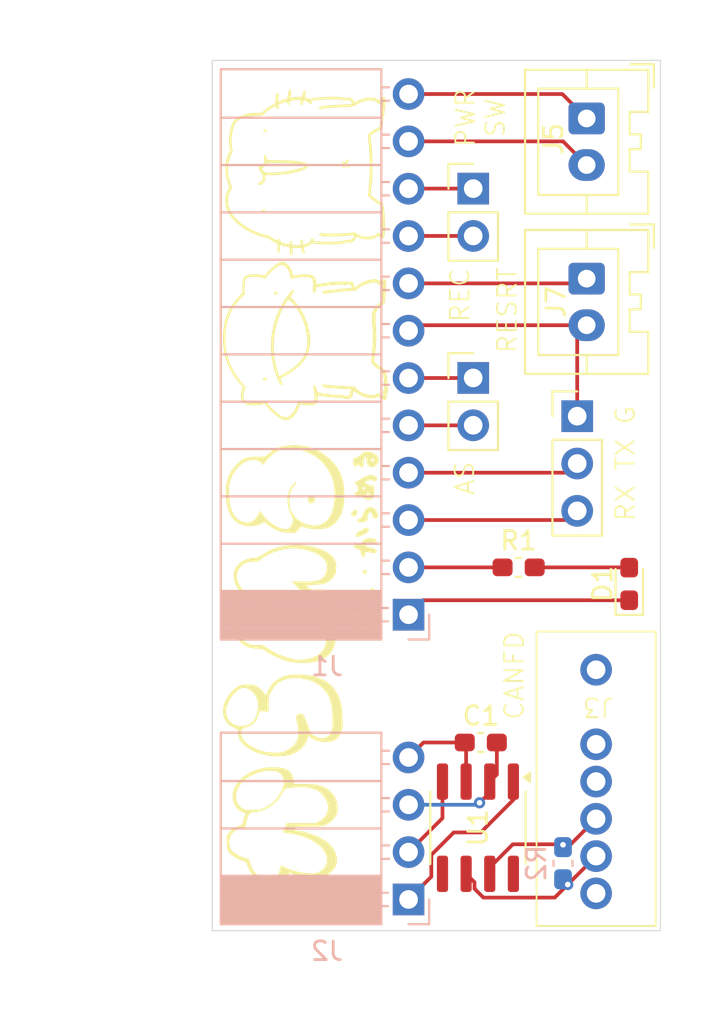
<source format=kicad_pcb>
(kicad_pcb (version 20240108) (generator "pcbnew") (generator_version "8.0")
  (layers (0 "F.Cu" signal) (31 "B.Cu" signal) (34 "B.Paste" user) (35 "F.Paste" user) (36 "B.SilkS" user "B.Silkscreen") (37 "F.SilkS" user "F.Silkscreen") (38 "B.Mask" user) (39 "F.Mask" user) (44 "Edge.Cuts" user))
  (net 0 "")
  (net 1 "+3.3V")
  (net 2 "GND")
  (net 3 "Net-(D1-A)")
  (net 4 "/PC_LED-")
  (net 5 "/UART2_TXD (DEBUG)")
  (net 6 "/PC_LED+")
  (net 7 "/Auto_Start2")
  (net 8 "/SYS_RESET")
  (net 9 "/UART2_RXD (DEBUG)")
  (net 10 "/FORCE_RECOVERY")
  (net 11 "/SLEEP{slash}WAKE")
  (net 12 "/Auto_Start1")
  (net 13 "/CAN_RX")
  (net 14 "/CAN_TX")
  (net 19 "/CAN-")
  (net 20 "/CAN+")
  (footprint "Connector_PinHeader_2.54mm:PinHeader_1x03_P2.54mm_Vertical" (layer "F.Cu") (at 125.222 89.677)
    (property "Reference" "J8" (hide yes))
    (property "Value" "Conn_01x03_Pin")
    (pad "1" thru_hole rect (at 0 0) (size 1.7 1.7) (drill 1) (layers "*.Cu" "*.Mask") (net 2 "GND"))
    (pad "2" thru_hole oval (at 0 2.54) (size 1.7 1.7) (drill 1) (layers "*.Cu" "*.Mask") (net 5 "/UART2_TXD (DEBUG)"))
    (pad "3" thru_hole oval (at 0 5.08) (size 1.7 1.7) (drill 1) (layers "*.Cu" "*.Mask") (net 9 "/UART2_RXD (DEBUG)"))
  )
  (footprint "e-CON:e-CON_1×04" (layer "F.Cu") (at 126.238 109.134 180)
    (property "Reference" "J3" (at -0.127 3.851 180) (layer "F.SilkS") (effects (font (thickness 0.1))))
    (property "Value" "Conn_01x04")
    (pad "0" thru_hole circle (at 0 -6.15 180) (size 1.7 1.7) (drill 1) (layers "*.Cu" "*.Mask"))
    (pad "0" thru_hole circle (at 0 5.85 180) (size 1.7 1.7) (drill 1) (layers "*.Cu" "*.Mask"))
    (pad "1" thru_hole circle (at 0 1.85 180) (size 1.7 1.7) (drill 1) (layers "*.Cu" "*.Mask"))
    (pad "2" thru_hole circle (at 0 -0.15 180) (size 1.7 1.7) (drill 1) (layers "*.Cu" "*.Mask"))
    (pad "3" thru_hole circle (at 0 -2.15 180) (size 1.7 1.7) (drill 1) (layers "*.Cu" "*.Mask") (net 20 "/CAN+"))
    (pad "4" thru_hole circle (at 0 -4.15 180) (size 1.7 1.7) (drill 1) (layers "*.Cu" "*.Mask") (net 19 "/CAN-"))
  )
  (footprint "LED_SMD:LED_0603_1608Metric_Pad1.05x0.95mm_HandSolder" (layer "F.Cu") (at 128.016 98.679 90)
    (property "Reference" "D1" (at 0 -1.43 90) (layer "F.SilkS"))
    (property "Value" "RED")
    (pad "1" smd roundrect (at -0.875 0 90) (size 1.05 0.95) (layers "F.Cu" "F.Paste" "F.Mask") (net 4 "/PC_LED-"))
    (pad "2" smd roundrect (at 0.875 0 90) (size 1.05 0.95) (layers "F.Cu" "F.Paste" "F.Mask") (net 3 "Net-(D1-A)"))
  )
  (footprint "Capacitor_SMD:C_0603_1608Metric_Pad1.08x0.95mm_HandSolder" (layer "F.Cu") (at 122.0735 97.79)
    (property "Reference" "R1" (at 0 -1.43 0) (layer "F.SilkS"))
    (property "Value" "1k")
    (pad "1" smd roundrect (at -0.8625 0) (size 1.075 0.95) (layers "F.Cu" "F.Paste" "F.Mask") (net 6 "/PC_LED+"))
    (pad "2" smd roundrect (at 0.8625 0) (size 1.075 0.95) (layers "F.Cu" "F.Paste" "F.Mask") (net 3 "Net-(D1-A)"))
  )
  (footprint "LOGO" (layer "F.Cu") (at 110.236 102.87 90)
    (property "Reference" "G***" (hide yes))
    (property "Value" "LOGO" (hide yes))
  )
  (footprint "Capacitor_SMD:C_0603_1608Metric_Pad1.08x0.95mm_HandSolder" (layer "F.Cu") (at 120.0415 107.188)
    (property "Reference" "C1" (at 0 -1.43 0) (layer "F.SilkS"))
    (property "Value" "100n")
    (pad "1" smd roundrect (at -0.8625 0) (size 1.075 0.95) (layers "F.Cu" "F.Paste" "F.Mask") (net 1 "+3.3V"))
    (pad "2" smd roundrect (at 0.8625 0) (size 1.075 0.95) (layers "F.Cu" "F.Paste" "F.Mask") (net 2 "GND"))
  )
  (footprint "Connector_JST:JST_XA_B02B-XASK-1_1x02_P2.50mm_Vertical" (layer "F.Cu") (at 125.73 82.296 -90)
    (property "Reference" "J7" (at 1.25 1.651 90) (layer "F.SilkS"))
    (property "Value" "Conn_01x02")
    (pad "1" thru_hole roundrect (at 0 0 270) (size 1.7 1.95) (drill 0.95) (layers "*.Cu" "*.Mask") (roundrect_rratio 0.147059) (net 8 "/SYS_RESET"))
    (pad "2" thru_hole oval (at 2.5 0 270) (size 1.7 1.95) (drill 0.95) (layers "*.Cu" "*.Mask") (net 2 "GND"))
  )
  (footprint "LOGO" (layer "F.Cu") (at 110.617 85.725 90)
    (property "Reference" "G***" (hide yes))
    (property "Value" "LOGO" (hide yes))
  )
  (footprint "Connector_PinHeader_2.54mm:PinHeader_1x02_P2.54mm_Vertical" (layer "F.Cu") (at 119.634 87.625)
    (property "Reference" "J4" (hide yes))
    (property "Value" "Conn_01x02_Pin")
    (pad "1" thru_hole rect (at 0 0) (size 1.7 1.7) (drill 1) (layers "*.Cu" "*.Mask") (net 7 "/Auto_Start2"))
    (pad "2" thru_hole oval (at 0 2.54) (size 1.7 1.7) (drill 1) (layers "*.Cu" "*.Mask") (net 12 "/Auto_Start1"))
  )
  (footprint "LOGO" (layer "F.Cu") (at 110.617 76.581 90)
    (property "Reference" "G***" (hide yes))
    (property "Value" "LOGO" (hide yes))
  )
  (footprint "Package_SO:SOIC-8_3.9x4.9mm_P1.27mm" (layer "F.Cu") (at 119.888 111.76 -90)
    (property "Reference" "U1" (at 0 0 90) (layer "F.SilkS"))
    (property "Value" "TCAN332G")
    (pad "1" smd roundrect (at -2.475 -1.905 270) (size 1.95 0.6) (layers "F.Cu" "F.Paste" "F.Mask") (net 14 "/CAN_TX"))
    (pad "2" smd roundrect (at -2.475 -0.635 270) (size 1.95 0.6) (layers "F.Cu" "F.Paste" "F.Mask") (net 2 "GND"))
    (pad "3" smd roundrect (at -2.475 0.635 270) (size 1.95 0.6) (layers "F.Cu" "F.Paste" "F.Mask") (net 1 "+3.3V"))
    (pad "4" smd roundrect (at -2.475 1.905 270) (size 1.95 0.6) (layers "F.Cu" "F.Paste" "F.Mask") (net 13 "/CAN_RX"))
    (pad "5" smd roundrect (at 2.475 1.905 270) (size 1.95 0.6) (layers "F.Cu" "F.Paste" "F.Mask"))
    (pad "6" smd roundrect (at 2.475 0.635 270) (size 1.95 0.6) (layers "F.Cu" "F.Paste" "F.Mask") (net 19 "/CAN-"))
    (pad "7" smd roundrect (at 2.475 -0.635 270) (size 1.95 0.6) (layers "F.Cu" "F.Paste" "F.Mask") (net 20 "/CAN+"))
    (pad "8" smd roundrect (at 2.475 -1.905 270) (size 1.95 0.6) (layers "F.Cu" "F.Paste" "F.Mask"))
  )
  (footprint "Connector_JST:JST_XA_B02B-XASK-1_1x02_P2.50mm_Vertical" (layer "F.Cu") (at 125.73 73.7 -90)
    (property "Reference" "J5" (at 1.103 1.778 90) (layer "F.SilkS"))
    (property "Value" "Conn_01x02")
    (pad "1" thru_hole roundrect (at 0 0 270) (size 1.7 1.95) (drill 0.95) (layers "*.Cu" "*.Mask") (roundrect_rratio 0.147059) (net 11 "/SLEEP{slash}WAKE"))
    (pad "2" thru_hole oval (at 2.5 0 270) (size 1.7 1.95) (drill 0.95) (layers "*.Cu" "*.Mask") (net 2 "GND"))
  )
  (footprint "Connector_PinHeader_2.54mm:PinHeader_1x02_P2.54mm_Vertical" (layer "F.Cu") (at 119.634 77.465)
    (property "Reference" "J6" (hide yes))
    (property "Value" "Conn_01x02_Pin")
    (pad "1" thru_hole rect (at 0 0) (size 1.7 1.7) (drill 1) (layers "*.Cu" "*.Mask") (net 10 "/FORCE_RECOVERY"))
    (pad "2" thru_hole oval (at 0 2.54) (size 1.7 1.7) (drill 1) (layers "*.Cu" "*.Mask") (net 2 "GND"))
  )
  (footprint "Connector_PinSocket_2.54mm:PinSocket_1x04_P2.54mm_Horizontal" (layer "B.Cu") (at 116.16 115.61)
    (property "Reference" "J2" (at -4.38 2.77 0) (layer "B.SilkS") (effects (justify mirror)))
    (property "Value" "Conn_01x04_Socket")
    (pad "1" thru_hole rect (at 0 0) (size 1.7 1.7) (drill 1) (layers "*.Cu" "*.Mask") (net 14 "/CAN_TX"))
    (pad "2" thru_hole oval (at 0 -2.54) (size 1.7 1.7) (drill 1) (layers "*.Cu" "*.Mask") (net 13 "/CAN_RX"))
    (pad "3" thru_hole oval (at 0 -5.08) (size 1.7 1.7) (drill 1) (layers "*.Cu" "*.Mask") (net 2 "GND"))
    (pad "4" thru_hole oval (at 0 -7.62) (size 1.7 1.7) (drill 1) (layers "*.Cu" "*.Mask") (net 1 "+3.3V"))
  )
  (footprint "Capacitor_SMD:C_0603_1608Metric_Pad1.08x0.95mm_HandSolder" (layer "B.Cu") (at 124.46 113.665 -90)
    (property "Reference" "R2" (at 0 1.43 90) (layer "B.SilkS") (effects (justify mirror)))
    (property "Value" "120")
    (pad "1" smd roundrect (at -0.8625 0 270) (size 1.075 0.95) (layers "B.Cu" "B.Paste" "B.Mask") (net 20 "/CAN+"))
    (pad "2" smd roundrect (at 0.8625 0 270) (size 1.075 0.95) (layers "B.Cu" "B.Paste" "B.Mask") (net 19 "/CAN-"))
  )
  (footprint "Connector_PinSocket_2.54mm:PinSocket_1x12_P2.54mm_Horizontal" (layer "B.Cu") (at 116.16 100.33)
    (property "Reference" "J1" (at -4.38 2.77 0) (layer "B.SilkS") (effects (justify mirror)))
    (property "Value" "Conn_01x12_Socket")
    (pad "1" thru_hole rect (at 0 0) (size 1.7 1.7) (drill 1) (layers "*.Cu" "*.Mask") (net 4 "/PC_LED-"))
    (pad "2" thru_hole oval (at 0 -2.54) (size 1.7 1.7) (drill 1) (layers "*.Cu" "*.Mask") (net 6 "/PC_LED+"))
    (pad "3" thru_hole oval (at 0 -5.08) (size 1.7 1.7) (drill 1) (layers "*.Cu" "*.Mask") (net 9 "/UART2_RXD (DEBUG)"))
    (pad "4" thru_hole oval (at 0 -7.62) (size 1.7 1.7) (drill 1) (layers "*.Cu" "*.Mask") (net 5 "/UART2_TXD (DEBUG)"))
    (pad "5" thru_hole oval (at 0 -10.16) (size 1.7 1.7) (drill 1) (layers "*.Cu" "*.Mask") (net 12 "/Auto_Start1"))
    (pad "6" thru_hole oval (at 0 -12.7) (size 1.7 1.7) (drill 1) (layers "*.Cu" "*.Mask") (net 7 "/Auto_Start2"))
    (pad "7" thru_hole oval (at 0 -15.24) (size 1.7 1.7) (drill 1) (layers "*.Cu" "*.Mask") (net 2 "GND"))
    (pad "8" thru_hole oval (at 0 -17.78) (size 1.7 1.7) (drill 1) (layers "*.Cu" "*.Mask") (net 8 "/SYS_RESET"))
    (pad "9" thru_hole oval (at 0 -20.32) (size 1.7 1.7) (drill 1) (layers "*.Cu" "*.Mask") (net 2 "GND"))
    (pad "10" thru_hole oval (at 0 -22.86) (size 1.7 1.7) (drill 1) (layers "*.Cu" "*.Mask") (net 10 "/FORCE_RECOVERY"))
    (pad "11" thru_hole oval (at 0 -25.4) (size 1.7 1.7) (drill 1) (layers "*.Cu" "*.Mask") (net 2 "GND"))
    (pad "12" thru_hole oval (at 0 -27.94) (size 1.7 1.7) (drill 1) (layers "*.Cu" "*.Mask") (net 11 "/SLEEP{slash}WAKE"))
  )
  (gr_rect (start 105.61 70.58) (end 129.692 117.288) (stroke (width 0.05)) (fill none) (layer "Edge.Cuts"))
  (gr_text "RESRT" (at 122.047 86.36 90) (layer "F.SilkS") (effects (font (size 1 1) (thickness 0.1)) (justify left bottom)))
  (gr_text "AS" (at 119.761 93.98 90) (layer "F.SilkS") (effects (font (size 1 1) (thickness 0.1)) (justify left bottom)))
  (gr_text "REC" (at 119.507 84.709 90) (layer "F.SilkS") (effects (font (size 1 1) (thickness 0.1)) (justify left bottom)))
  (gr_text "RX TX G" (at 128.397 95.377 90) (layer "F.SilkS") (effects (font (size 1 1) (thickness 0.1)) (justify left bottom)))
  (gr_text "CANFD" (at 122.428 106.045 90) (layer "F.SilkS") (effects (font (size 1 1) (thickness 0.1)) (justify left bottom)))
  (gr_text "PWR\nSW" (at 121.412 73.66 90) (layer "F.SilkS") (effects (font (size 1 1) (thickness 0.1)) (justify bottom)))
  (segment (start 119.253 107.262) (end 119.179 107.188) (width 0.2) (layer "F.Cu") (net 1))
  (segment (start 116.962 107.188) (end 116.16 107.99) (width 0.2) (layer "F.Cu") (net 1))
  (segment (start 119.179 107.188) (end 116.962 107.188) (width 0.2) (layer "F.Cu") (net 1))
  (segment (start 119.253 109.285) (end 119.253 107.262) (width 0.2) (layer "F.Cu") (net 1))
  (segment (start 116.16 74.93) (end 124.46 74.93) (width 0.2) (layer "F.Cu") (net 2))
  (segment (start 120.523 109.285) (end 120.523 109.874681) (width 0.2) (layer "F.Cu") (net 2))
  (segment (start 125.73 84.796) (end 116.454 84.796) (width 0.2) (layer "F.Cu") (net 2))
  (segment (start 120.904 108.904) (end 120.523 109.285) (width 0.2) (layer "F.Cu") (net 2))
  (segment (start 120.523 109.874681) (end 119.974721 110.42296) (width 0.2) (layer "F.Cu") (net 2))
  (segment (start 120.904 107.188) (end 120.904 108.904) (width 0.2) (layer "F.Cu") (net 2))
  (segment (start 125.222 85.304) (end 125.73 84.796) (width 0.2) (layer "F.Cu") (net 2))
  (segment (start 125.222 89.677) (end 125.222 85.304) (width 0.2) (layer "F.Cu") (net 2))
  (segment (start 116.165 80.005) (end 116.16 80.01) (width 0.2) (layer "F.Cu") (net 2))
  (segment (start 116.454 84.796) (end 116.16 85.09) (width 0.2) (layer "F.Cu") (net 2))
  (segment (start 119.634 80.005) (end 116.165 80.005) (width 0.2) (layer "F.Cu") (net 2))
  (segment (start 124.46 74.93) (end 125.73 76.2) (width 0.2) (layer "F.Cu") (net 2))
  (via (at 119.974721 110.42296) (size 0.6) (drill 0.3) (layers "F.Cu" "B.Cu") (net 2))
  (segment (start 116.16 110.53) (end 119.867681 110.53) (width 0.2) (layer "B.Cu") (net 2))
  (segment (start 119.867681 110.53) (end 119.974721 110.42296) (width 0.2) (layer "B.Cu") (net 2))
  (segment (start 122.936 97.79) (end 128.002 97.79) (width 0.2) (layer "F.Cu") (net 3))
  (segment (start 128.002 97.79) (end 128.016 97.804) (width 0.2) (layer "F.Cu") (net 3))
  (segment (start 128.016 99.554) (end 116.936 99.554) (width 0.2) (layer "F.Cu") (net 4))
  (segment (start 116.936 99.554) (end 116.16 100.33) (width 0.2) (layer "F.Cu") (net 4))
  (segment (start 124.729 92.71) (end 125.222 92.217) (width 0.2) (layer "F.Cu") (net 5))
  (segment (start 116.16 92.71) (end 124.729 92.71) (width 0.2) (layer "F.Cu") (net 5))
  (segment (start 116.16 97.79) (end 121.211 97.79) (width 0.2) (layer "F.Cu") (net 6))
  (segment (start 119.629 87.63) (end 119.634 87.625) (width 0.2) (layer "F.Cu") (net 7))
  (segment (start 116.16 87.63) (end 119.629 87.63) (width 0.2) (layer "F.Cu") (net 7))
  (segment (start 116.16 82.55) (end 125.476 82.55) (width 0.2) (layer "F.Cu") (net 8))
  (segment (start 125.476 82.55) (end 125.73 82.296) (width 0.2) (layer "F.Cu") (net 8))
  (segment (start 124.729 95.25) (end 125.222 94.757) (width 0.2) (layer "F.Cu") (net 9))
  (segment (start 116.16 95.25) (end 124.729 95.25) (width 0.2) (layer "F.Cu") (net 9))
  (segment (start 116.165 77.465) (end 116.16 77.47) (width 0.2) (layer "F.Cu") (net 10))
  (segment (start 119.634 77.465) (end 116.165 77.465) (width 0.2) (layer "F.Cu") (net 10))
  (segment (start 116.16 72.39) (end 124.42 72.39) (width 0.2) (layer "F.Cu") (net 11))
  (segment (start 124.42 72.39) (end 125.73 73.7) (width 0.2) (layer "F.Cu") (net 11))
  (segment (start 116.16 90.17) (end 119.629 90.17) (width 0.2) (layer "F.Cu") (net 12))
  (segment (start 119.629 90.17) (end 119.634 90.165) (width 0.2) (layer "F.Cu") (net 12))
  (segment (start 117.983 111.247) (end 117.983 109.285) (width 0.2) (layer "F.Cu") (net 13))
  (segment (start 116.16 113.07) (end 117.983 111.247) (width 0.2) (layer "F.Cu") (net 13))
  (segment (start 116.16 115.61) (end 117.383 114.387) (width 0.2) (layer "F.Cu") (net 14))
  (segment (start 118.588448 112.014) (end 120.038999 112.014) (width 0.2) (layer "F.Cu") (net 14))
  (segment (start 117.383 114.387) (end 117.383 113.219448) (width 0.2) (layer "F.Cu") (net 14))
  (segment (start 120.038999 112.014) (end 121.793 110.259999) (width 0.2) (layer "F.Cu") (net 14))
  (segment (start 117.383 113.219448) (end 118.588448 112.014) (width 0.2) (layer "F.Cu") (net 14))
  (segment (start 121.793 110.259999) (end 121.793 109.285) (width 0.2) (layer "F.Cu") (net 14))
  (segment (start 120.182448 115.51) (end 124.012 115.51) (width 0.2) (layer "F.Cu") (net 19))
  (segment (start 119.253 114.235) (end 119.703 114.685) (width 0.2) (layer "F.Cu") (net 19))
  (segment (start 119.703 114.685) (end 119.703 115.030552) (width 0.2) (layer "F.Cu") (net 19))
  (segment (start 119.703 115.030552) (end 120.182448 115.51) (width 0.2) (layer "F.Cu") (net 19))
  (segment (start 124.012 115.51) (end 126.238 113.284) (width 0.2) (layer "F.Cu") (net 19))
  (via (at 124.714 114.808) (size 0.6) (drill 0.3) (layers "F.Cu" "B.Cu") (net 19))
  (segment (start 124.714 114.6545) (end 124.46 114.4005) (width 0.2) (layer "B.Cu") (net 19))
  (segment (start 124.714 114.808) (end 124.714 114.6545) (width 0.2) (layer "B.Cu") (net 19))
  (segment (start 126.0845 113.1305) (end 126.238 113.284) (width 0.2) (layer "B.Cu") (net 19))
  (segment (start 124.46 112.6755) (end 124.8465 112.6755) (width 0.2) (layer "F.Cu") (net 20))
  (segment (start 124.46 112.6755) (end 124.4335 112.649) (width 0.2) (layer "F.Cu") (net 20))
  (segment (start 124.4335 112.649) (end 121.763448 112.649) (width 0.2) (layer "F.Cu") (net 20))
  (segment (start 121.763448 112.649) (end 120.523 113.889448) (width 0.2) (layer "F.Cu") (net 20))
  (segment (start 124.8465 112.6755) (end 126.238 111.284) (width 0.2) (layer "F.Cu") (net 20))
  (segment (start 120.523 113.889448) (end 120.523 114.235) (width 0.2) (layer "F.Cu") (net 20))
  (via (at 124.46 112.6755) (size 0.6) (drill 0.3) (layers "F.Cu" "B.Cu") (net 20))
  (segment (start 124.46 112.522) (end 124.46 112.6755) (width 0.2) (layer "B.Cu") (net 20))
  (segment (start 124.587 112.395) (end 124.46 112.522) (width 0.2) (layer "B.Cu") (net 20))
  (segment (start 126.1165 111.4055) (end 126.238 111.284) (width 0.2) (layer "B.Cu") (net 20))
)
</source>
